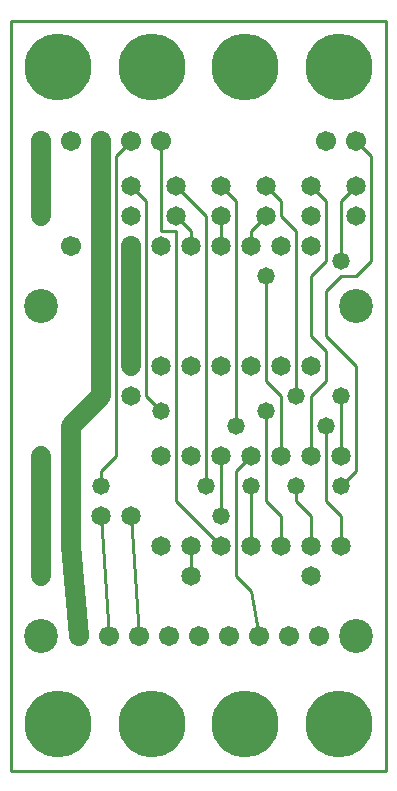
<source format=gtl>
%MOIN*%
%FSLAX25Y25*%
G04 D10 used for Character Trace; *
G04     Circle (OD=.01000) (No hole)*
G04 D11 used for Power Trace; *
G04     Circle (OD=.06700) (No hole)*
G04 D12 used for Signal Trace; *
G04     Circle (OD=.01100) (No hole)*
G04 D13 used for Via; *
G04     Circle (OD=.05800) (Round. Hole ID=.02800)*
G04 D14 used for Component hole; *
G04     Circle (OD=.06500) (Round. Hole ID=.03500)*
G04 D15 used for Component hole; *
G04     Circle (OD=.06700) (Round. Hole ID=.04300)*
G04 D16 used for Component hole; *
G04     Circle (OD=.08100) (Round. Hole ID=.05100)*
G04 D17 used for Component hole; *
G04     Circle (OD=.08900) (Round. Hole ID=.05900)*
G04 D18 used for Component hole; *
G04     Circle (OD=.11300) (Round. Hole ID=.08300)*
G04 D19 used for Component hole; *
G04     Circle (OD=.16000) (Round. Hole ID=.13000)*
G04 D20 used for Component hole; *
G04     Circle (OD=.18300) (Round. Hole ID=.15300)*
G04 D21 used for Component hole; *
G04     Circle (OD=.22291) (Round. Hole ID=.19291)*
%ADD10C,.01000*%
%ADD11C,.06700*%
%ADD12C,.01100*%
%ADD13C,.05800*%
%ADD14C,.06500*%
%ADD15C,.06700*%
%ADD16C,.08100*%
%ADD17C,.08900*%
%ADD18C,.11300*%
%ADD19C,.16000*%
%ADD20C,.18300*%
%ADD21C,.22291*%
%IPPOS*%
%LPD*%
G90*X0Y0D02*D21*X15625Y15625D03*D15*              
X42500Y45000D03*D12*X40000Y85000D01*D14*D03*      
X50000Y75000D03*D13*X30000Y95000D03*D12*          
Y100000D01*X35000Y105000D01*Y205000D01*           
X40000Y210000D01*D15*D03*X50000D03*D12*Y180000D01*
X55000D01*Y90000D01*X70000Y75000D01*D14*D03*      
X60000Y65000D03*D12*Y75000D01*D14*D03*D13*        
X70000Y85000D03*D12*Y105000D01*D14*D03*D12*       
X75000Y65000D02*Y100000D01*X80000Y60000D02*       
X75000Y65000D01*X82500Y45000D02*X80000Y60000D01*  
D15*X82500Y45000D03*X92500D03*X72500D03*D14*      
X100000Y65000D03*D15*X102500Y45000D03*X62500D03*  
D21*X109375Y15625D03*D14*X110000Y75000D03*D12*    
Y85000D01*X105000Y90000D01*Y115000D01*D13*D03*    
X95000Y125000D03*D12*Y180000D01*X90000Y185000D01* 
Y190000D01*X85000Y195000D01*D14*D03*Y185000D03*   
D12*X80000Y180000D01*Y175000D01*D14*D03*          
X70000Y185000D03*D12*Y175000D01*D14*D03*D12*      
X60000D02*Y180000D01*D14*Y175000D03*D12*          
Y180000D02*X55000Y185000D01*D14*D03*D12*          
X45000Y125000D02*Y190000D01*X50000Y120000D02*     
X45000Y125000D01*D13*X50000Y120000D03*D14*        
X40000Y125000D03*X60000Y135000D03*X50000D03*      
Y105000D03*D13*X40000Y135000D03*D11*Y175000D01*   
D15*D03*D14*X30000Y185000D03*D11*Y175000D01*D15*  
D03*D11*Y125000D01*D14*D03*D11*X20000Y115000D01*  
Y75000D01*D13*D03*D11*X22500Y45000D01*D15*D03*    
X32500D03*D12*X30000Y85000D01*D14*D03*D13*        
X10000Y105000D03*D11*Y65000D01*D13*D03*D18*       
Y45000D03*D15*X52500D03*D21*X46875Y15625D03*D14*  
X60000Y105000D03*D13*X65000Y95000D03*D12*         
Y185000D01*X55000Y195000D01*D14*D03*D12*          
X45000Y190000D02*X40000Y195000D01*D14*D03*D11*    
X30000Y185000D02*Y195000D01*D14*D03*D11*          
Y210000D01*D15*D03*X20000D03*X10000D03*D11*       
Y195000D01*D14*D03*D11*Y185000D01*D14*D03*D15*    
X20000Y175000D03*D14*X40000Y185000D03*D18*        
X10000Y155000D03*D14*X50000Y175000D03*D21*        
X46875Y234375D03*X15625D03*D14*X70000Y135000D03*  
Y195000D03*D12*X75000Y190000D01*Y115000D01*D13*   
D03*X85000Y120000D03*D12*Y90000D01*               
X90000Y85000D01*Y75000D01*D14*D03*D12*X100000D02* 
Y85000D01*D14*Y75000D03*D12*Y85000D02*            
X95000Y90000D01*Y95000D01*D13*D03*D14*            
X100000Y105000D03*D12*Y125000D01*                 
X105000Y130000D01*Y140000D01*X100000Y145000D01*   
Y165000D01*X105000Y170000D01*Y190000D01*          
X100000Y195000D01*D14*D03*D12*X110000Y170000D02*  
Y190000D01*D13*Y170000D03*D12*Y165000D02*         
X115000D01*X105000Y160000D02*X110000Y165000D01*   
X105000Y145000D02*Y160000D01*X115000Y135000D02*   
X105000Y145000D01*X115000Y100000D02*Y135000D01*   
X110000Y95000D02*X115000Y100000D01*D13*           
X110000Y95000D03*D14*Y105000D03*D12*Y125000D01*   
D13*D03*D14*X100000Y135000D03*X90000Y105000D03*   
D12*Y125000D01*X85000Y130000D01*Y165000D01*D13*   
D03*D14*X90000Y175000D03*X100000D03*Y185000D03*   
D12*X110000Y190000D02*X115000Y195000D01*D14*D03*  
D12*X120000Y170000D02*Y205000D01*                 
X115000Y165000D02*X120000Y170000D01*D18*          
X115000Y155000D03*D14*Y185000D03*X90000Y135000D03*
X80000D03*D12*X120000Y205000D02*X115000Y210000D01*
D15*D03*X105000D03*D21*X109375Y234375D03*         
X78125D03*D12*X125000Y0D02*Y250000D01*X0Y0D02*    
X125000D01*X0D02*Y250000D01*X125000D01*D14*       
X80000Y105000D03*D12*X75000Y100000D01*D13*        
X80000Y95000D03*D12*Y75000D01*D14*D03*D18*        
X115000Y45000D03*D21*X78125Y15625D03*M02*         

</source>
